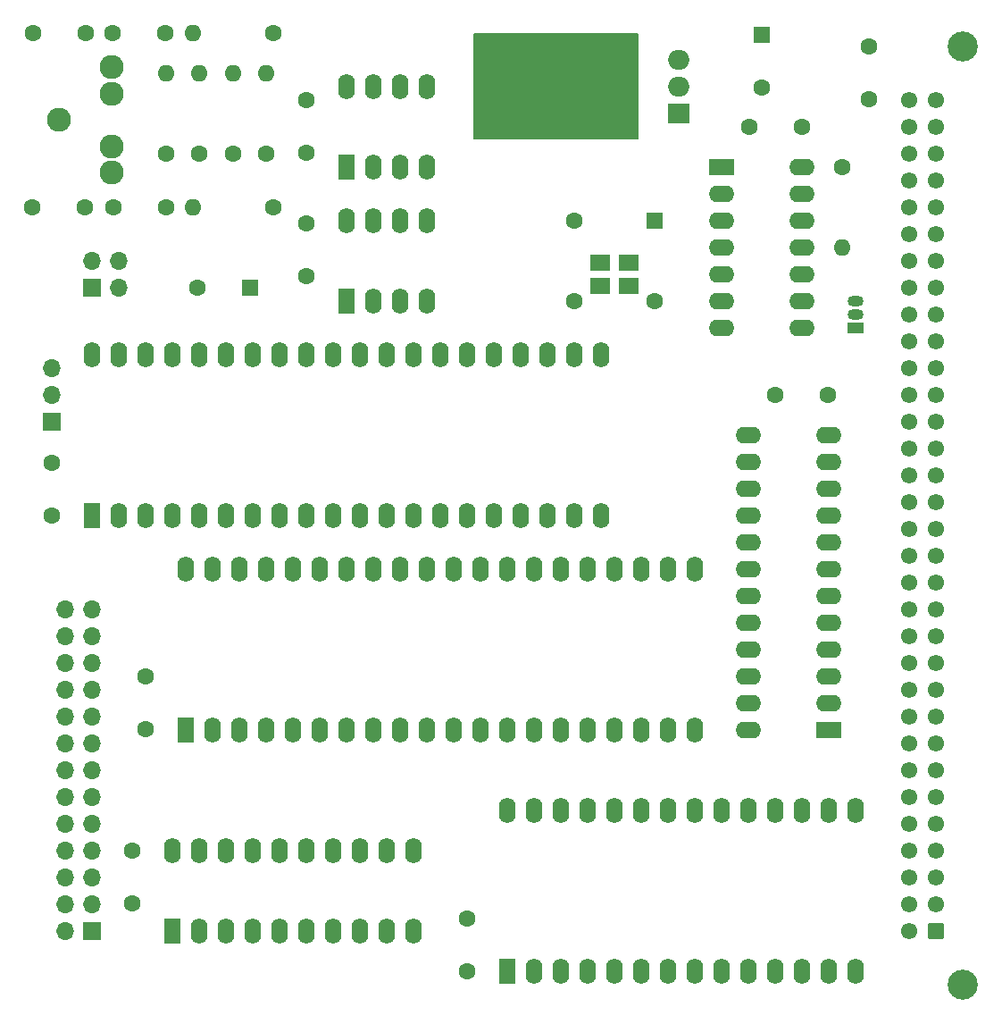
<source format=gts>
%TF.GenerationSoftware,KiCad,Pcbnew,8.0.6+1*%
%TF.CreationDate,2024-11-11T20:47:57+01:00*%
%TF.ProjectId,QL_Qsound2,514c5f51-736f-4756-9e64-322e6b696361,2*%
%TF.SameCoordinates,Original*%
%TF.FileFunction,Soldermask,Top*%
%TF.FilePolarity,Negative*%
%FSLAX46Y46*%
G04 Gerber Fmt 4.6, Leading zero omitted, Abs format (unit mm)*
G04 Created by KiCad (PCBNEW 8.0.6+1) date 2024-11-11 20:47:57*
%MOMM*%
%LPD*%
G01*
G04 APERTURE LIST*
G04 Aperture macros list*
%AMRoundRect*
0 Rectangle with rounded corners*
0 $1 Rounding radius*
0 $2 $3 $4 $5 $6 $7 $8 $9 X,Y pos of 4 corners*
0 Add a 4 corners polygon primitive as box body*
4,1,4,$2,$3,$4,$5,$6,$7,$8,$9,$2,$3,0*
0 Add four circle primitives for the rounded corners*
1,1,$1+$1,$2,$3*
1,1,$1+$1,$4,$5*
1,1,$1+$1,$6,$7*
1,1,$1+$1,$8,$9*
0 Add four rect primitives between the rounded corners*
20,1,$1+$1,$2,$3,$4,$5,0*
20,1,$1+$1,$4,$5,$6,$7,0*
20,1,$1+$1,$6,$7,$8,$9,0*
20,1,$1+$1,$8,$9,$2,$3,0*%
G04 Aperture macros list end*
%ADD10C,0.150000*%
%ADD11R,1.600000X2.400000*%
%ADD12O,1.600000X2.400000*%
%ADD13C,1.600000*%
%ADD14R,1.500000X1.050000*%
%ADD15O,1.500000X1.050000*%
%ADD16O,1.600000X1.600000*%
%ADD17R,1.700000X1.700000*%
%ADD18O,1.700000X1.700000*%
%ADD19C,2.286000*%
%ADD20R,1.600000X1.600000*%
%ADD21R,2.400000X1.600000*%
%ADD22O,2.400000X1.600000*%
%ADD23O,3.500000X3.500000*%
%ADD24R,2.000000X1.905000*%
%ADD25O,2.000000X1.905000*%
%ADD26C,2.850000*%
%ADD27RoundRect,0.249999X0.525001X-0.525001X0.525001X0.525001X-0.525001X0.525001X-0.525001X-0.525001X0*%
%ADD28C,1.550000*%
%ADD29R,1.950000X1.650000*%
G04 APERTURE END LIST*
D10*
X146685000Y-47117000D02*
X162179000Y-47117000D01*
X162179000Y-57023000D01*
X146685000Y-57023000D01*
X146685000Y-47117000D01*
G36*
X146685000Y-47117000D02*
G01*
X162179000Y-47117000D01*
X162179000Y-57023000D01*
X146685000Y-57023000D01*
X146685000Y-47117000D01*
G37*
D11*
%TO.C,U9*%
X134620000Y-72390000D03*
D12*
X137160000Y-72390000D03*
X139700000Y-72390000D03*
X142240000Y-72390000D03*
X142240000Y-64770000D03*
X139700000Y-64770000D03*
X137160000Y-64770000D03*
X134620000Y-64770000D03*
%TD*%
D11*
%TO.C,U7*%
X110490000Y-92710000D03*
D12*
X113030000Y-92710000D03*
X115570000Y-92710000D03*
X118110000Y-92710000D03*
X120650000Y-92710000D03*
X123190000Y-92710000D03*
X125730000Y-92710000D03*
X128270000Y-92710000D03*
X130810000Y-92710000D03*
X133350000Y-92710000D03*
X135890000Y-92710000D03*
X138430000Y-92710000D03*
X140970000Y-92710000D03*
X143510000Y-92710000D03*
X146050000Y-92710000D03*
X148590000Y-92710000D03*
X151130000Y-92710000D03*
X153670000Y-92710000D03*
X156210000Y-92710000D03*
X158750000Y-92710000D03*
X158750000Y-77470000D03*
X156210000Y-77470000D03*
X153670000Y-77470000D03*
X151130000Y-77470000D03*
X148590000Y-77470000D03*
X146050000Y-77470000D03*
X143510000Y-77470000D03*
X140970000Y-77470000D03*
X138430000Y-77470000D03*
X135890000Y-77470000D03*
X133350000Y-77470000D03*
X130810000Y-77470000D03*
X128270000Y-77470000D03*
X125730000Y-77470000D03*
X123190000Y-77470000D03*
X120650000Y-77470000D03*
X118110000Y-77470000D03*
X115570000Y-77470000D03*
X113030000Y-77470000D03*
X110490000Y-77470000D03*
%TD*%
D13*
%TO.C,C1*%
X184150000Y-53300000D03*
X184150000Y-48300000D03*
%TD*%
%TO.C,C6*%
X180260000Y-81280000D03*
X175260000Y-81280000D03*
%TD*%
%TO.C,C7*%
X106680000Y-87710000D03*
X106680000Y-92710000D03*
%TD*%
D14*
%TO.C,Q1*%
X182880000Y-74930000D03*
D15*
X182880000Y-73660000D03*
X182880000Y-72390000D03*
%TD*%
D13*
%TO.C,R2*%
X127635000Y-46990000D03*
D16*
X120015000Y-46990000D03*
%TD*%
D13*
%TO.C,R6*%
X127000000Y-58420000D03*
D16*
X127000000Y-50800000D03*
%TD*%
D11*
%TO.C,U8*%
X118110000Y-132080000D03*
D12*
X120650000Y-132080000D03*
X123190000Y-132080000D03*
X125730000Y-132080000D03*
X128270000Y-132080000D03*
X130810000Y-132080000D03*
X133350000Y-132080000D03*
X135890000Y-132080000D03*
X138430000Y-132080000D03*
X140970000Y-132080000D03*
X140970000Y-124460000D03*
X138430000Y-124460000D03*
X135890000Y-124460000D03*
X133350000Y-124460000D03*
X130810000Y-124460000D03*
X128270000Y-124460000D03*
X125730000Y-124460000D03*
X123190000Y-124460000D03*
X120650000Y-124460000D03*
X118110000Y-124460000D03*
%TD*%
D17*
%TO.C,JP2*%
X110490000Y-71125000D03*
D18*
X110490000Y-68585000D03*
X113030000Y-71125000D03*
X113030000Y-68585000D03*
%TD*%
D11*
%TO.C,U5*%
X134620000Y-59690000D03*
D12*
X137160000Y-59690000D03*
X139700000Y-59690000D03*
X142240000Y-59690000D03*
X142240000Y-52070000D03*
X139700000Y-52070000D03*
X137160000Y-52070000D03*
X134620000Y-52070000D03*
%TD*%
D13*
%TO.C,C8*%
X114300000Y-124500000D03*
X114300000Y-129500000D03*
%TD*%
%TO.C,C14*%
X109815000Y-63500000D03*
X104815000Y-63500000D03*
%TD*%
%TO.C,C2*%
X146050000Y-135890000D03*
X146050000Y-130890000D03*
%TD*%
%TO.C,R5*%
X123825000Y-58420000D03*
D16*
X123825000Y-50800000D03*
%TD*%
D13*
%TO.C,C13*%
X117435000Y-46990000D03*
X112435000Y-46990000D03*
%TD*%
%TO.C,R1*%
X181610000Y-59690000D03*
D16*
X181610000Y-67310000D03*
%TD*%
D19*
%TO.C,J2*%
X107315000Y-55245000D03*
X112315000Y-50245000D03*
X112315000Y-52745000D03*
X112315000Y-60245000D03*
X112315000Y-57745000D03*
%TD*%
D13*
%TO.C,R4*%
X120650000Y-58420000D03*
D16*
X120650000Y-50800000D03*
%TD*%
D13*
%TO.C,C9*%
X130810000Y-53380000D03*
X130810000Y-58380000D03*
%TD*%
%TO.C,R3*%
X117475000Y-58420000D03*
D16*
X117475000Y-50800000D03*
%TD*%
D17*
%TO.C,J3*%
X110490000Y-132080000D03*
D18*
X107950000Y-132080000D03*
X110490000Y-129540000D03*
X107950000Y-129540000D03*
X110490000Y-127000000D03*
X107950000Y-127000000D03*
X110490000Y-124460000D03*
X107950000Y-124460000D03*
X110490000Y-121920000D03*
X107950000Y-121920000D03*
X110490000Y-119380000D03*
X107950000Y-119380000D03*
X110490000Y-116840000D03*
X107950000Y-116840000D03*
X110490000Y-114300000D03*
X107950000Y-114300000D03*
X110490000Y-111760000D03*
X107950000Y-111760000D03*
X110490000Y-109220000D03*
X107950000Y-109220000D03*
X110490000Y-106680000D03*
X107950000Y-106680000D03*
X110490000Y-104140000D03*
X107950000Y-104140000D03*
X110490000Y-101600000D03*
X107950000Y-101600000D03*
%TD*%
D13*
%TO.C,C4*%
X115570000Y-107950000D03*
X115570000Y-112950000D03*
%TD*%
D20*
%TO.C,X1*%
X163830000Y-64770000D03*
D13*
X156210000Y-64770000D03*
X156210000Y-72390000D03*
X163830000Y-72390000D03*
%TD*%
D20*
%TO.C,C11*%
X125476000Y-71120000D03*
D13*
X120476000Y-71120000D03*
%TD*%
D21*
%TO.C,U3*%
X170170000Y-59685000D03*
D22*
X170170000Y-62225000D03*
X170170000Y-64765000D03*
X170170000Y-67305000D03*
X170170000Y-69845000D03*
X170170000Y-72385000D03*
X170170000Y-74925000D03*
X177790000Y-74925000D03*
X177790000Y-72385000D03*
X177790000Y-69845000D03*
X177790000Y-67305000D03*
X177790000Y-64765000D03*
X177790000Y-62225000D03*
X177790000Y-59685000D03*
%TD*%
D13*
%TO.C,C15*%
X117475000Y-63500000D03*
X112475000Y-63500000D03*
%TD*%
D20*
%TO.C,C10*%
X173990000Y-47127349D03*
D13*
X173990000Y-52127349D03*
%TD*%
%TO.C,R7*%
X127635000Y-63500000D03*
D16*
X120015000Y-63500000D03*
%TD*%
D17*
%TO.C,JP1*%
X106680000Y-83805000D03*
D18*
X106680000Y-81265000D03*
X106680000Y-78725000D03*
%TD*%
D23*
%TO.C,U1*%
X149415000Y-52070000D03*
D24*
X166075000Y-54610000D03*
D25*
X166075000Y-52070000D03*
X166075000Y-49530000D03*
%TD*%
D13*
%TO.C,C12*%
X109855000Y-46990000D03*
X104855000Y-46990000D03*
%TD*%
%TO.C,C3*%
X177760000Y-55880000D03*
X172760000Y-55880000D03*
%TD*%
D21*
%TO.C,U6*%
X180340000Y-113030000D03*
D22*
X180340000Y-110490000D03*
X180340000Y-107950000D03*
X180340000Y-105410000D03*
X180340000Y-102870000D03*
X180340000Y-100330000D03*
X180340000Y-97790000D03*
X180340000Y-95250000D03*
X180340000Y-92710000D03*
X180340000Y-90170000D03*
X180340000Y-87630000D03*
X180340000Y-85090000D03*
X172720000Y-85090000D03*
X172720000Y-87630000D03*
X172720000Y-90170000D03*
X172720000Y-92710000D03*
X172720000Y-95250000D03*
X172720000Y-97790000D03*
X172720000Y-100330000D03*
X172720000Y-102870000D03*
X172720000Y-105410000D03*
X172720000Y-107950000D03*
X172720000Y-110490000D03*
X172720000Y-113030000D03*
%TD*%
D26*
%TO.C,J1*%
X193040000Y-48260000D03*
X193040000Y-137160000D03*
D27*
X190500000Y-132080000D03*
D28*
X190500000Y-129540000D03*
X190500000Y-127000000D03*
X190500000Y-124460000D03*
X190500000Y-121920000D03*
X190500000Y-119380000D03*
X190500000Y-116840000D03*
X190500000Y-114300000D03*
X190500000Y-111760000D03*
X190500000Y-109220000D03*
X190500000Y-106680000D03*
X190500000Y-104140000D03*
X190500000Y-101600000D03*
X190500000Y-99060000D03*
X190500000Y-96520000D03*
X190500000Y-93980000D03*
X190500000Y-91440000D03*
X190500000Y-88900000D03*
X190500000Y-86360000D03*
X190500000Y-83820000D03*
X190500000Y-81280000D03*
X190500000Y-78740000D03*
X190500000Y-76200000D03*
X190500000Y-73660000D03*
X190500000Y-71120000D03*
X190500000Y-68580000D03*
X190500000Y-66040000D03*
X190500000Y-63500000D03*
X190500000Y-60960000D03*
X190500000Y-58420000D03*
X190500000Y-55880000D03*
X190500000Y-53340000D03*
X187960000Y-132080000D03*
X187960000Y-129540000D03*
X187960000Y-127000000D03*
X187960000Y-124460000D03*
X187960000Y-121920000D03*
X187960000Y-119380000D03*
X187960000Y-116840000D03*
X187960000Y-114300000D03*
X187960000Y-111760000D03*
X187960000Y-109220000D03*
X187960000Y-106680000D03*
X187960000Y-104140000D03*
X187960000Y-101600000D03*
X187960000Y-99060000D03*
X187960000Y-96520000D03*
X187960000Y-93980000D03*
X187960000Y-91440000D03*
X187960000Y-88900000D03*
X187960000Y-86360000D03*
X187960000Y-83820000D03*
X187960000Y-81280000D03*
X187960000Y-78740000D03*
X187960000Y-76200000D03*
X187960000Y-73660000D03*
X187960000Y-71120000D03*
X187960000Y-68580000D03*
X187960000Y-66040000D03*
X187960000Y-63500000D03*
X187960000Y-60960000D03*
X187960000Y-58420000D03*
X187960000Y-55880000D03*
X187960000Y-53340000D03*
%TD*%
D29*
%TO.C,X1B1*%
X161395000Y-68750000D03*
X158645000Y-68750000D03*
X158645000Y-70950000D03*
X161395000Y-70950000D03*
%TD*%
D11*
%TO.C,U2*%
X149860000Y-135890000D03*
D12*
X152400000Y-135890000D03*
X154940000Y-135890000D03*
X157480000Y-135890000D03*
X160020000Y-135890000D03*
X162560000Y-135890000D03*
X165100000Y-135890000D03*
X167640000Y-135890000D03*
X170180000Y-135890000D03*
X172720000Y-135890000D03*
X175260000Y-135890000D03*
X177800000Y-135890000D03*
X180340000Y-135890000D03*
X182880000Y-135890000D03*
X182880000Y-120650000D03*
X180340000Y-120650000D03*
X177800000Y-120650000D03*
X175260000Y-120650000D03*
X172720000Y-120650000D03*
X170180000Y-120650000D03*
X167640000Y-120650000D03*
X165100000Y-120650000D03*
X162560000Y-120650000D03*
X160020000Y-120650000D03*
X157480000Y-120650000D03*
X154940000Y-120650000D03*
X152400000Y-120650000D03*
X149860000Y-120650000D03*
%TD*%
D13*
%TO.C,C5*%
X130810000Y-70024000D03*
X130810000Y-65024000D03*
%TD*%
D11*
%TO.C,U4*%
X119385000Y-113010000D03*
D12*
X121925000Y-113010000D03*
X124465000Y-113010000D03*
X127005000Y-113010000D03*
X129545000Y-113010000D03*
X132085000Y-113010000D03*
X134625000Y-113010000D03*
X137165000Y-113010000D03*
X139705000Y-113010000D03*
X142245000Y-113010000D03*
X144785000Y-113010000D03*
X147325000Y-113010000D03*
X149865000Y-113010000D03*
X152405000Y-113010000D03*
X154945000Y-113010000D03*
X157485000Y-113010000D03*
X160025000Y-113010000D03*
X162565000Y-113010000D03*
X165105000Y-113010000D03*
X167645000Y-113010000D03*
X167645000Y-97770000D03*
X165105000Y-97770000D03*
X162565000Y-97770000D03*
X160025000Y-97770000D03*
X157485000Y-97770000D03*
X154945000Y-97770000D03*
X152405000Y-97770000D03*
X149865000Y-97770000D03*
X147325000Y-97770000D03*
X144785000Y-97770000D03*
X142245000Y-97770000D03*
X139705000Y-97770000D03*
X137165000Y-97770000D03*
X134625000Y-97770000D03*
X132085000Y-97770000D03*
X129545000Y-97770000D03*
X127005000Y-97770000D03*
X124465000Y-97770000D03*
X121925000Y-97770000D03*
X119385000Y-97770000D03*
%TD*%
M02*

</source>
